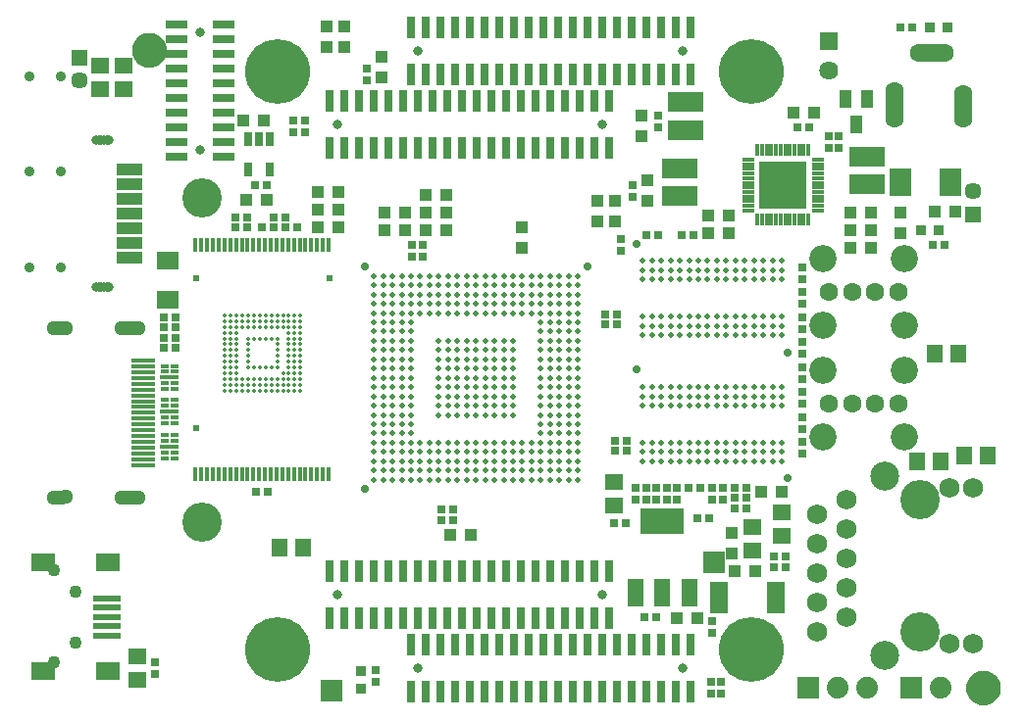
<source format=gbr>
G75*
G70*
%OFA0B0*%
%FSLAX24Y24*%
%IPPOS*%
%LPD*%
%AMOC8*
5,1,8,0,0,1.08239X$1,22.5*
%
%ADD10C,0.0631*%
%ADD11R,0.0740X0.0740*%
%ADD12R,0.0440X0.0440*%
%ADD13R,0.0280X0.0270*%
%ADD14C,0.0434*%
%ADD15C,0.0500*%
%ADD16R,0.0571X0.0571*%
%ADD17C,0.0571*%
%ADD18R,0.0270X0.0280*%
%ADD19R,0.0640X0.0640*%
%ADD20C,0.0640*%
%ADD21R,0.0355X0.0355*%
%ADD22R,0.0640X0.0540*%
%ADD23R,0.0926X0.0237*%
%ADD24R,0.0846X0.0630*%
%ADD25R,0.0119X0.0394*%
%ADD26R,0.0394X0.0119*%
%ADD27R,0.1615X0.1615*%
%ADD28R,0.0749X0.0749*%
%ADD29R,0.1221X0.0670*%
%ADD30R,0.0138X0.0512*%
%ADD31R,0.0740X0.0940*%
%ADD32C,0.0197*%
%ADD33C,0.0276*%
%ADD34R,0.0827X0.0138*%
%ADD35C,0.0512*%
%ADD36R,0.0906X0.0394*%
%ADD37C,0.0317*%
%ADD38R,0.0257X0.0512*%
%ADD39R,0.0306X0.0119*%
%ADD40R,0.0345X0.0158*%
%ADD41C,0.0355*%
%ADD42C,0.0740*%
%ADD43C,0.0926*%
%ADD44R,0.0749X0.0316*%
%ADD45C,0.0316*%
%ADD46R,0.0316X0.0749*%
%ADD47R,0.0434X0.0591*%
%ADD48C,0.0690*%
%ADD49C,0.1339*%
%ADD50C,0.0985*%
%ADD51C,0.2205*%
%ADD52C,0.0396*%
%ADD53R,0.0520X0.0920*%
%ADD54R,0.1457X0.0906*%
%ADD55R,0.0611X0.1064*%
%ADD56R,0.0540X0.0640*%
%ADD57R,0.0749X0.0591*%
%ADD58C,0.0138*%
%ADD59C,0.0237*%
D10*
X037370Y019840D03*
X038157Y019840D03*
X038945Y019840D03*
X039732Y019840D03*
X039732Y023640D03*
X038945Y023640D03*
X038157Y023640D03*
X037370Y023640D03*
X039579Y029539D03*
X039579Y029657D03*
X039579Y029775D03*
X039579Y029893D03*
X039579Y030012D03*
X039579Y030130D03*
X039579Y030248D03*
X039579Y030366D03*
X039579Y030484D03*
X040425Y031764D03*
X040504Y031764D03*
X040622Y031764D03*
X040740Y031764D03*
X040858Y031764D03*
X040976Y031764D03*
X041095Y031764D03*
X041213Y031764D03*
X041291Y031764D03*
X041941Y030366D03*
X041941Y030248D03*
X041941Y030130D03*
X041941Y030012D03*
X041941Y029893D03*
X041941Y029775D03*
X041941Y029657D03*
X041941Y029539D03*
D11*
X040152Y010182D03*
X036652Y010182D03*
X020452Y010082D03*
D12*
X024502Y015382D03*
X025202Y015382D03*
X032202Y012532D03*
X032902Y012532D03*
X034152Y014132D03*
X034052Y014732D03*
X034852Y014132D03*
X034052Y015432D03*
X035052Y016832D03*
X035752Y016832D03*
X038102Y025132D03*
X038102Y025732D03*
X038802Y025732D03*
X038802Y025132D03*
X039802Y025632D03*
X039802Y026332D03*
X038802Y026332D03*
X038102Y026332D03*
X040952Y026382D03*
X041652Y026382D03*
X036852Y029732D03*
X036152Y029732D03*
X033952Y026257D03*
X033952Y025657D03*
X033252Y025657D03*
X033252Y026257D03*
X031202Y026732D03*
X031202Y027432D03*
X030102Y026732D03*
X029502Y026732D03*
X029502Y026032D03*
X030102Y026032D03*
X026927Y025832D03*
X026927Y025132D03*
X024352Y025732D03*
X023652Y025732D03*
X023652Y026332D03*
X023652Y026932D03*
X024352Y026932D03*
X024352Y026332D03*
X022952Y026332D03*
X022252Y026332D03*
X022252Y025732D03*
X022952Y025732D03*
X020702Y025832D03*
X020702Y026432D03*
X020702Y027032D03*
X020002Y027032D03*
X020002Y026432D03*
X020002Y025832D03*
X018252Y026782D03*
X017552Y026782D03*
X017452Y029482D03*
X018152Y029482D03*
X020302Y031982D03*
X020902Y031982D03*
X020902Y032682D03*
X020302Y032682D03*
X022152Y031632D03*
X022152Y030932D03*
X031002Y029632D03*
X031002Y028932D03*
D13*
X031152Y025582D03*
X031552Y025582D03*
X032352Y025582D03*
X032752Y025582D03*
X030152Y022882D03*
X030152Y022532D03*
X029752Y022532D03*
X029752Y022882D03*
X030102Y018582D03*
X030102Y018232D03*
X030502Y018232D03*
X030502Y018582D03*
X032602Y016982D03*
X033002Y016982D03*
X032902Y015932D03*
X033302Y015932D03*
X034152Y016282D03*
X034152Y016632D03*
X034152Y016982D03*
X034552Y016982D03*
X034552Y016632D03*
X034552Y016282D03*
X035502Y014632D03*
X035502Y014282D03*
X035902Y014282D03*
X035902Y014632D03*
X031502Y012582D03*
X031102Y012582D03*
X030452Y015782D03*
X030052Y015782D03*
X024602Y015882D03*
X024602Y016232D03*
X024202Y016232D03*
X024202Y015882D03*
X018302Y016832D03*
X017902Y016832D03*
X015152Y021732D03*
X015152Y022082D03*
X015152Y022432D03*
X015152Y022782D03*
X014752Y022782D03*
X014752Y022432D03*
X014752Y022082D03*
X014752Y021732D03*
X017202Y025832D03*
X017202Y026182D03*
X017602Y026182D03*
X017602Y025832D03*
X018102Y025832D03*
X018502Y025832D03*
X018502Y026182D03*
X018902Y026182D03*
X018902Y025832D03*
X019302Y025832D03*
X018252Y027282D03*
X017852Y027282D03*
X036302Y029232D03*
X036702Y029232D03*
X039802Y032632D03*
X040202Y032632D03*
X040902Y025232D03*
X041302Y025232D03*
D14*
X042602Y010182D03*
X014252Y031882D03*
X011022Y014182D03*
X011752Y013451D03*
X011752Y011719D03*
X011022Y011033D03*
D15*
X013917Y031882D02*
X013919Y031919D01*
X013925Y031955D01*
X013935Y031991D01*
X013949Y032025D01*
X013967Y032057D01*
X013988Y032088D01*
X014012Y032116D01*
X014039Y032141D01*
X014069Y032162D01*
X014101Y032181D01*
X014135Y032196D01*
X014170Y032207D01*
X014206Y032214D01*
X014243Y032217D01*
X014280Y032216D01*
X014316Y032211D01*
X014352Y032202D01*
X014387Y032189D01*
X014419Y032172D01*
X014450Y032152D01*
X014479Y032128D01*
X014505Y032102D01*
X014527Y032073D01*
X014547Y032041D01*
X014562Y032008D01*
X014574Y031973D01*
X014582Y031937D01*
X014586Y031900D01*
X014586Y031864D01*
X014582Y031827D01*
X014574Y031791D01*
X014562Y031756D01*
X014547Y031723D01*
X014527Y031691D01*
X014505Y031662D01*
X014479Y031636D01*
X014450Y031612D01*
X014420Y031592D01*
X014387Y031575D01*
X014352Y031562D01*
X014316Y031553D01*
X014280Y031548D01*
X014243Y031547D01*
X014206Y031550D01*
X014170Y031557D01*
X014135Y031568D01*
X014101Y031583D01*
X014069Y031602D01*
X014039Y031623D01*
X014012Y031648D01*
X013988Y031676D01*
X013967Y031707D01*
X013949Y031739D01*
X013935Y031773D01*
X013925Y031809D01*
X013919Y031845D01*
X013917Y031882D01*
X042267Y010182D02*
X042269Y010219D01*
X042275Y010255D01*
X042285Y010291D01*
X042299Y010325D01*
X042317Y010357D01*
X042338Y010388D01*
X042362Y010416D01*
X042389Y010441D01*
X042419Y010462D01*
X042451Y010481D01*
X042485Y010496D01*
X042520Y010507D01*
X042556Y010514D01*
X042593Y010517D01*
X042630Y010516D01*
X042666Y010511D01*
X042702Y010502D01*
X042737Y010489D01*
X042769Y010472D01*
X042800Y010452D01*
X042829Y010428D01*
X042855Y010402D01*
X042877Y010373D01*
X042897Y010341D01*
X042912Y010308D01*
X042924Y010273D01*
X042932Y010237D01*
X042936Y010200D01*
X042936Y010164D01*
X042932Y010127D01*
X042924Y010091D01*
X042912Y010056D01*
X042897Y010023D01*
X042877Y009991D01*
X042855Y009962D01*
X042829Y009936D01*
X042800Y009912D01*
X042770Y009892D01*
X042737Y009875D01*
X042702Y009862D01*
X042666Y009853D01*
X042630Y009848D01*
X042593Y009847D01*
X042556Y009850D01*
X042520Y009857D01*
X042485Y009868D01*
X042451Y009883D01*
X042419Y009902D01*
X042389Y009923D01*
X042362Y009948D01*
X042338Y009976D01*
X042317Y010007D01*
X042299Y010039D01*
X042285Y010073D01*
X042275Y010109D01*
X042269Y010145D01*
X042267Y010182D01*
D16*
X042252Y026288D03*
X011902Y031625D03*
D17*
X011902Y030838D03*
X042252Y027075D03*
D18*
X037702Y028532D03*
X037352Y028532D03*
X037352Y028932D03*
X037702Y028932D03*
X036452Y024482D03*
X036452Y024082D03*
X036452Y023632D03*
X036452Y023232D03*
X036452Y022782D03*
X036452Y022382D03*
X036452Y021932D03*
X036452Y021532D03*
X036452Y021082D03*
X036452Y020682D03*
X036452Y020232D03*
X036452Y019832D03*
X036452Y019382D03*
X036452Y018982D03*
X036452Y018532D03*
X036452Y018132D03*
X033752Y016982D03*
X033402Y016982D03*
X033402Y016582D03*
X033752Y016582D03*
X032202Y016582D03*
X031852Y016582D03*
X031502Y016582D03*
X031152Y016582D03*
X030802Y016582D03*
X030802Y016982D03*
X031152Y016982D03*
X031502Y016982D03*
X031852Y016982D03*
X032202Y016982D03*
X033402Y012432D03*
X033402Y012032D03*
X033352Y010382D03*
X033702Y010382D03*
X033702Y009982D03*
X033352Y009982D03*
X021952Y010382D03*
X021952Y010782D03*
X014452Y010632D03*
X014452Y011032D03*
X023202Y024832D03*
X023552Y024832D03*
X023552Y025232D03*
X023202Y025232D03*
X019552Y029082D03*
X019552Y029482D03*
X019152Y029482D03*
X019152Y029082D03*
X021652Y030832D03*
X021652Y031232D03*
X030702Y027282D03*
X030702Y026882D03*
X030302Y025432D03*
X030302Y025032D03*
X031552Y029232D03*
X031552Y029632D03*
D19*
X037352Y032182D03*
D20*
X037352Y031182D03*
D21*
X040802Y032632D03*
X041402Y032632D03*
X041102Y025732D03*
X040502Y025732D03*
X021452Y010732D03*
X021452Y010132D03*
D22*
X013852Y010432D03*
X013852Y011232D03*
X030052Y016382D03*
X030052Y017182D03*
X034752Y015632D03*
X034752Y014832D03*
X035752Y015332D03*
X035752Y016132D03*
X013402Y030532D03*
X013402Y031332D03*
X012602Y031332D03*
X012602Y030532D03*
D23*
X012817Y013215D03*
X012817Y012900D03*
X012817Y012585D03*
X012817Y012270D03*
X012817Y011955D03*
D24*
X010653Y010734D03*
X012858Y010734D03*
X012858Y014435D03*
X010653Y014435D03*
D25*
X034936Y026101D03*
X035093Y026101D03*
X035250Y026101D03*
X035408Y026101D03*
X035565Y026101D03*
X035723Y026101D03*
X035880Y026101D03*
X036038Y026101D03*
X036195Y026101D03*
X036353Y026101D03*
X036510Y026101D03*
X036668Y026101D03*
X036668Y028463D03*
X036510Y028463D03*
X036353Y028463D03*
X036195Y028463D03*
X036038Y028463D03*
X035880Y028463D03*
X035723Y028463D03*
X035565Y028463D03*
X035408Y028463D03*
X035250Y028463D03*
X035093Y028463D03*
X034936Y028463D03*
D26*
X034621Y028148D03*
X034621Y027990D03*
X034621Y027833D03*
X034621Y027675D03*
X034621Y027518D03*
X034621Y027360D03*
X034621Y027203D03*
X034621Y027045D03*
X034621Y026888D03*
X034621Y026730D03*
X034621Y026573D03*
X034621Y026416D03*
X036983Y026416D03*
X036983Y026573D03*
X036983Y026730D03*
X036983Y026888D03*
X036983Y027045D03*
X036983Y027203D03*
X036983Y027360D03*
X036983Y027518D03*
X036983Y027675D03*
X036983Y027833D03*
X036983Y027990D03*
X036983Y028148D03*
D27*
X035802Y027282D03*
D28*
X035802Y027282D03*
X033452Y014432D03*
D29*
X032302Y026909D03*
X032302Y027854D03*
X032502Y029159D03*
X032502Y030104D03*
X038652Y028254D03*
X038652Y027309D03*
D30*
X020365Y025229D03*
X020169Y025229D03*
X019972Y025229D03*
X019775Y025229D03*
X019578Y025229D03*
X019381Y025229D03*
X019184Y025229D03*
X018987Y025229D03*
X018791Y025229D03*
X018594Y025229D03*
X018397Y025229D03*
X018200Y025229D03*
X018003Y025229D03*
X017806Y025229D03*
X017610Y025229D03*
X017413Y025229D03*
X017216Y025229D03*
X017019Y025229D03*
X016822Y025229D03*
X016625Y025229D03*
X016428Y025229D03*
X016232Y025229D03*
X016035Y025229D03*
X015838Y025229D03*
X015838Y017434D03*
X016035Y017434D03*
X016232Y017434D03*
X016428Y017434D03*
X016625Y017434D03*
X016822Y017434D03*
X017019Y017434D03*
X017216Y017434D03*
X017413Y017434D03*
X017610Y017434D03*
X017806Y017434D03*
X018003Y017434D03*
X018200Y017434D03*
X018397Y017434D03*
X018594Y017434D03*
X018791Y017434D03*
X018987Y017434D03*
X019184Y017434D03*
X019381Y017434D03*
X019578Y017434D03*
X019775Y017434D03*
X019972Y017434D03*
X020169Y017434D03*
X020365Y017434D03*
D31*
X039795Y027382D03*
X041509Y027382D03*
D32*
X035762Y024697D03*
X035762Y024382D03*
X035762Y024067D03*
X035447Y024067D03*
X035447Y024382D03*
X035447Y024697D03*
X035132Y024697D03*
X035132Y024382D03*
X035132Y024067D03*
X034817Y024067D03*
X034502Y024067D03*
X034187Y024067D03*
X033872Y024067D03*
X033557Y024067D03*
X033242Y024067D03*
X032927Y024067D03*
X032612Y024067D03*
X032297Y024067D03*
X031982Y024067D03*
X031667Y024067D03*
X031352Y024067D03*
X031037Y024067D03*
X031037Y024382D03*
X031037Y024697D03*
X031352Y024697D03*
X031352Y024382D03*
X031667Y024382D03*
X031667Y024697D03*
X031982Y024697D03*
X031982Y024382D03*
X032297Y024382D03*
X032297Y024697D03*
X032612Y024697D03*
X032612Y024382D03*
X032927Y024382D03*
X032927Y024697D03*
X033242Y024697D03*
X033242Y024382D03*
X033557Y024382D03*
X033557Y024697D03*
X033872Y024697D03*
X033872Y024382D03*
X034187Y024382D03*
X034187Y024697D03*
X034502Y024697D03*
X034502Y024382D03*
X034817Y024382D03*
X034817Y024697D03*
X034817Y022807D03*
X034817Y022492D03*
X034817Y022177D03*
X034502Y022177D03*
X034187Y022177D03*
X033872Y022177D03*
X033557Y022177D03*
X033242Y022177D03*
X032927Y022177D03*
X032612Y022177D03*
X032297Y022177D03*
X031982Y022177D03*
X031667Y022177D03*
X031352Y022177D03*
X031037Y022177D03*
X031037Y022492D03*
X031037Y022807D03*
X031352Y022807D03*
X031352Y022492D03*
X031667Y022492D03*
X031667Y022807D03*
X031982Y022807D03*
X031982Y022492D03*
X032297Y022492D03*
X032297Y022807D03*
X032612Y022807D03*
X032612Y022492D03*
X032927Y022492D03*
X033242Y022492D03*
X033557Y022492D03*
X033872Y022492D03*
X034187Y022492D03*
X034502Y022492D03*
X034502Y022807D03*
X034187Y022807D03*
X033872Y022807D03*
X033557Y022807D03*
X033242Y022807D03*
X032927Y022807D03*
X035132Y022807D03*
X035132Y022492D03*
X035132Y022177D03*
X035447Y022177D03*
X035762Y022177D03*
X035762Y022492D03*
X035447Y022492D03*
X035447Y022807D03*
X035762Y022807D03*
X035762Y020406D03*
X035447Y020406D03*
X035132Y020406D03*
X034817Y020406D03*
X034502Y020406D03*
X034187Y020406D03*
X033872Y020406D03*
X033557Y020406D03*
X033242Y020406D03*
X032927Y020406D03*
X032612Y020406D03*
X032297Y020406D03*
X031982Y020406D03*
X031667Y020406D03*
X031352Y020406D03*
X031037Y020406D03*
X031037Y020091D03*
X031037Y019776D03*
X031352Y019776D03*
X031352Y020091D03*
X031667Y020091D03*
X031667Y019776D03*
X031982Y019776D03*
X031982Y020091D03*
X032297Y020091D03*
X032297Y019776D03*
X032612Y019776D03*
X032612Y020091D03*
X032927Y020091D03*
X033242Y020091D03*
X033557Y020091D03*
X033872Y020091D03*
X034187Y020091D03*
X034502Y020091D03*
X034817Y020091D03*
X035132Y020091D03*
X035447Y020091D03*
X035762Y020091D03*
X035762Y019776D03*
X035447Y019776D03*
X035132Y019776D03*
X034817Y019776D03*
X034502Y019776D03*
X034187Y019776D03*
X033872Y019776D03*
X033557Y019776D03*
X033242Y019776D03*
X032927Y019776D03*
X032927Y018516D03*
X032612Y018516D03*
X032297Y018516D03*
X031982Y018516D03*
X031667Y018516D03*
X031352Y018516D03*
X031037Y018516D03*
X031037Y018201D03*
X031037Y017886D03*
X031352Y017886D03*
X031352Y018201D03*
X031667Y018201D03*
X031667Y017886D03*
X031982Y017886D03*
X031982Y018201D03*
X032297Y018201D03*
X032297Y017886D03*
X032612Y017886D03*
X032612Y018201D03*
X032927Y018201D03*
X032927Y017886D03*
X033242Y017886D03*
X033242Y018201D03*
X033242Y018516D03*
X033557Y018516D03*
X033557Y018201D03*
X033557Y017886D03*
X033872Y017886D03*
X033872Y018201D03*
X033872Y018516D03*
X034187Y018516D03*
X034187Y018201D03*
X034187Y017886D03*
X034502Y017886D03*
X034502Y018201D03*
X034502Y018516D03*
X034817Y018516D03*
X035132Y018516D03*
X035447Y018516D03*
X035762Y018516D03*
X035762Y018201D03*
X035762Y017886D03*
X035447Y017886D03*
X035447Y018201D03*
X035132Y018201D03*
X035132Y017886D03*
X034817Y017886D03*
X034817Y018201D03*
X028833Y018201D03*
X028833Y018516D03*
X028833Y018831D03*
X028833Y019146D03*
X028833Y019461D03*
X028833Y019776D03*
X028833Y020091D03*
X028833Y020406D03*
X028833Y020721D03*
X028833Y021036D03*
X028833Y021351D03*
X028833Y021666D03*
X028833Y021980D03*
X028518Y021980D03*
X028518Y021666D03*
X028203Y021666D03*
X028203Y021980D03*
X027888Y021980D03*
X027888Y021666D03*
X027573Y021666D03*
X027573Y021980D03*
X027573Y022295D03*
X027888Y022295D03*
X028203Y022295D03*
X028518Y022295D03*
X028833Y022295D03*
X028833Y022610D03*
X028518Y022610D03*
X028203Y022610D03*
X027888Y022610D03*
X027573Y022610D03*
X027573Y022925D03*
X027888Y022925D03*
X028203Y022925D03*
X028518Y022925D03*
X028833Y022925D03*
X028833Y023240D03*
X028518Y023240D03*
X028203Y023240D03*
X027888Y023240D03*
X027573Y023240D03*
X027258Y023240D03*
X027258Y022925D03*
X026943Y022925D03*
X026628Y022925D03*
X026313Y022925D03*
X025998Y022925D03*
X025683Y022925D03*
X025368Y022925D03*
X025053Y022925D03*
X024738Y022925D03*
X024423Y022925D03*
X024108Y022925D03*
X023793Y022925D03*
X023478Y022925D03*
X023163Y022925D03*
X022849Y022925D03*
X022849Y022610D03*
X023163Y022610D03*
X023163Y022295D03*
X022849Y022295D03*
X022849Y021980D03*
X023163Y021980D03*
X023163Y021666D03*
X022849Y021666D03*
X022849Y021351D03*
X023163Y021351D03*
X023163Y021036D03*
X022849Y021036D03*
X022849Y020721D03*
X023163Y020721D03*
X023163Y020406D03*
X022849Y020406D03*
X022849Y020091D03*
X023163Y020091D03*
X023163Y019776D03*
X022849Y019776D03*
X022849Y019461D03*
X023163Y019461D03*
X023163Y019146D03*
X022849Y019146D03*
X022849Y018831D03*
X023163Y018831D03*
X023163Y018516D03*
X022849Y018516D03*
X022849Y018201D03*
X023163Y018201D03*
X023163Y017886D03*
X022849Y017886D03*
X022849Y017571D03*
X023163Y017571D03*
X023163Y017256D03*
X022849Y017256D03*
X022534Y017256D03*
X022534Y017571D03*
X022534Y017886D03*
X022534Y018201D03*
X022534Y018516D03*
X022534Y018831D03*
X022534Y019146D03*
X022534Y019461D03*
X022534Y019776D03*
X022534Y020091D03*
X022534Y020406D03*
X022534Y020721D03*
X022534Y021036D03*
X022534Y021351D03*
X022534Y021666D03*
X022534Y021980D03*
X022534Y022295D03*
X022534Y022610D03*
X022534Y022925D03*
X022534Y023240D03*
X022849Y023240D03*
X023163Y023240D03*
X023163Y023555D03*
X022849Y023555D03*
X022849Y023870D03*
X023163Y023870D03*
X023163Y024185D03*
X022849Y024185D03*
X022534Y024185D03*
X022534Y023870D03*
X022534Y023555D03*
X022219Y023555D03*
X022219Y023240D03*
X022219Y022925D03*
X022219Y022610D03*
X022219Y022295D03*
X022219Y021980D03*
X022219Y021666D03*
X021904Y021666D03*
X021904Y021980D03*
X021904Y022295D03*
X021904Y022610D03*
X021904Y022925D03*
X021904Y023240D03*
X021904Y023555D03*
X021904Y023870D03*
X022219Y023870D03*
X022219Y024185D03*
X021904Y024185D03*
X023478Y024185D03*
X023478Y023870D03*
X023478Y023555D03*
X023478Y023240D03*
X023793Y023240D03*
X023793Y023555D03*
X023793Y023870D03*
X023793Y024185D03*
X024108Y024185D03*
X024108Y023870D03*
X024108Y023555D03*
X024108Y023240D03*
X024423Y023240D03*
X024423Y023555D03*
X024423Y023870D03*
X024423Y024185D03*
X024738Y024185D03*
X024738Y023870D03*
X024738Y023555D03*
X024738Y023240D03*
X025053Y023240D03*
X025368Y023240D03*
X025683Y023240D03*
X025998Y023240D03*
X026313Y023240D03*
X026628Y023240D03*
X026943Y023240D03*
X026943Y023555D03*
X026628Y023555D03*
X026313Y023555D03*
X025998Y023555D03*
X025683Y023555D03*
X025368Y023555D03*
X025053Y023555D03*
X025053Y023870D03*
X025053Y024185D03*
X025368Y024185D03*
X025368Y023870D03*
X025683Y023870D03*
X025998Y023870D03*
X026313Y023870D03*
X026628Y023870D03*
X026943Y023870D03*
X027258Y023870D03*
X027258Y023555D03*
X027573Y023555D03*
X027888Y023555D03*
X028203Y023555D03*
X028518Y023555D03*
X028833Y023555D03*
X028833Y023870D03*
X028833Y024185D03*
X028518Y024185D03*
X028518Y023870D03*
X028203Y023870D03*
X027888Y023870D03*
X027573Y023870D03*
X027573Y024185D03*
X027888Y024185D03*
X028203Y024185D03*
X027258Y024185D03*
X026943Y024185D03*
X026628Y024185D03*
X026313Y024185D03*
X025998Y024185D03*
X025683Y024185D03*
X025683Y021980D03*
X025683Y021666D03*
X025368Y021666D03*
X025368Y021980D03*
X025053Y021980D03*
X025053Y021666D03*
X024738Y021666D03*
X024738Y021980D03*
X024423Y021980D03*
X024423Y021666D03*
X024108Y021666D03*
X024108Y021980D03*
X024108Y021351D03*
X024423Y021351D03*
X024738Y021351D03*
X025053Y021351D03*
X025368Y021351D03*
X025683Y021351D03*
X025998Y021351D03*
X025998Y021666D03*
X025998Y021980D03*
X026313Y021980D03*
X026313Y021666D03*
X026628Y021666D03*
X026628Y021980D03*
X026628Y021351D03*
X026313Y021351D03*
X026313Y021036D03*
X025998Y021036D03*
X025683Y021036D03*
X025368Y021036D03*
X025053Y021036D03*
X024738Y021036D03*
X024423Y021036D03*
X024108Y021036D03*
X024108Y020721D03*
X024108Y020406D03*
X024108Y020091D03*
X024108Y019776D03*
X024108Y019461D03*
X024423Y019461D03*
X024423Y019776D03*
X024423Y020091D03*
X024423Y020406D03*
X024423Y020721D03*
X024738Y020721D03*
X025053Y020721D03*
X025368Y020721D03*
X025683Y020721D03*
X025998Y020721D03*
X026313Y020721D03*
X026628Y020721D03*
X026628Y021036D03*
X026628Y020406D03*
X026313Y020406D03*
X025998Y020406D03*
X025683Y020406D03*
X025368Y020406D03*
X025053Y020406D03*
X024738Y020406D03*
X024738Y020091D03*
X025053Y020091D03*
X025368Y020091D03*
X025683Y020091D03*
X025998Y020091D03*
X026313Y020091D03*
X026628Y020091D03*
X026628Y019776D03*
X026313Y019776D03*
X025998Y019776D03*
X025683Y019776D03*
X025368Y019776D03*
X025053Y019776D03*
X024738Y019776D03*
X024738Y019461D03*
X025053Y019461D03*
X025368Y019461D03*
X025683Y019461D03*
X025998Y019461D03*
X026313Y019461D03*
X026628Y019461D03*
X027573Y019461D03*
X027573Y019776D03*
X027573Y020091D03*
X027573Y020406D03*
X027573Y020721D03*
X027573Y021036D03*
X027573Y021351D03*
X027888Y021351D03*
X028203Y021351D03*
X028518Y021351D03*
X028518Y021036D03*
X028203Y021036D03*
X027888Y021036D03*
X027888Y020721D03*
X028203Y020721D03*
X028518Y020721D03*
X028518Y020406D03*
X028203Y020406D03*
X027888Y020406D03*
X027888Y020091D03*
X028203Y020091D03*
X028518Y020091D03*
X028518Y019776D03*
X028203Y019776D03*
X027888Y019776D03*
X027888Y019461D03*
X028203Y019461D03*
X028518Y019461D03*
X028518Y019146D03*
X028518Y018831D03*
X028518Y018516D03*
X028518Y018201D03*
X028518Y017886D03*
X028833Y017886D03*
X028833Y017571D03*
X028833Y017256D03*
X028518Y017256D03*
X028518Y017571D03*
X028203Y017571D03*
X028203Y017256D03*
X027888Y017256D03*
X027888Y017571D03*
X027888Y017886D03*
X028203Y017886D03*
X028203Y018201D03*
X028203Y018516D03*
X028203Y018831D03*
X028203Y019146D03*
X027888Y019146D03*
X027573Y019146D03*
X027573Y018831D03*
X027888Y018831D03*
X027888Y018516D03*
X027888Y018201D03*
X027573Y018201D03*
X027573Y018516D03*
X027258Y018516D03*
X026943Y018516D03*
X026628Y018516D03*
X026313Y018516D03*
X025998Y018516D03*
X025683Y018516D03*
X025368Y018516D03*
X025053Y018516D03*
X024738Y018516D03*
X024423Y018516D03*
X024108Y018516D03*
X023793Y018516D03*
X023478Y018516D03*
X023478Y018201D03*
X023478Y017886D03*
X023478Y017571D03*
X023478Y017256D03*
X023793Y017256D03*
X023793Y017571D03*
X023793Y017886D03*
X023793Y018201D03*
X024108Y018201D03*
X024108Y017886D03*
X024108Y017571D03*
X024108Y017256D03*
X024423Y017256D03*
X024423Y017571D03*
X024423Y017886D03*
X024423Y018201D03*
X024738Y018201D03*
X024738Y017886D03*
X024738Y017571D03*
X024738Y017256D03*
X025053Y017256D03*
X025053Y017571D03*
X025053Y017886D03*
X025053Y018201D03*
X025368Y018201D03*
X025368Y017886D03*
X025368Y017571D03*
X025368Y017256D03*
X025683Y017256D03*
X025683Y017571D03*
X025683Y017886D03*
X025683Y018201D03*
X025998Y018201D03*
X025998Y017886D03*
X025998Y017571D03*
X025998Y017256D03*
X026313Y017256D03*
X026628Y017256D03*
X026943Y017256D03*
X027258Y017256D03*
X027573Y017256D03*
X027573Y017571D03*
X027573Y017886D03*
X027258Y017886D03*
X027258Y017571D03*
X026943Y017571D03*
X026628Y017571D03*
X026313Y017571D03*
X026313Y017886D03*
X026313Y018201D03*
X026628Y018201D03*
X026628Y017886D03*
X026943Y017886D03*
X026943Y018201D03*
X027258Y018201D03*
X022219Y018201D03*
X022219Y018516D03*
X022219Y018831D03*
X022219Y019146D03*
X022219Y019461D03*
X022219Y019776D03*
X022219Y020091D03*
X022219Y020406D03*
X022219Y020721D03*
X022219Y021036D03*
X022219Y021351D03*
X021904Y021351D03*
X021904Y021036D03*
X021904Y020721D03*
X021904Y020406D03*
X021904Y020091D03*
X021904Y019776D03*
X021904Y019461D03*
X021904Y019146D03*
X021904Y018831D03*
X021904Y018516D03*
X021904Y018201D03*
X021904Y017886D03*
X022219Y017886D03*
X022219Y017571D03*
X022219Y017256D03*
X021904Y017256D03*
X021904Y017571D03*
D33*
X021589Y016941D03*
X021589Y024500D03*
X029148Y024500D03*
X030841Y025288D03*
X030841Y020996D03*
X035959Y021587D03*
X035959Y017295D03*
D34*
X014065Y017760D03*
X014065Y017957D03*
X014065Y018154D03*
X014065Y018351D03*
X014065Y018547D03*
X014065Y018744D03*
X014065Y018941D03*
X014065Y019138D03*
X014065Y019335D03*
X014065Y019532D03*
X014065Y019729D03*
X014065Y019925D03*
X014065Y020122D03*
X014065Y020319D03*
X014065Y020516D03*
X014065Y020713D03*
X014065Y020910D03*
X014065Y021106D03*
X014065Y021303D03*
D35*
X013888Y022406D03*
X013770Y022406D03*
X013711Y022406D03*
X013554Y022406D03*
X013436Y022406D03*
X013337Y022406D03*
X011428Y022406D03*
X011310Y022406D03*
X011152Y022406D03*
X011034Y022406D03*
X011034Y016658D03*
X011152Y016658D03*
X011310Y016658D03*
X011428Y016667D03*
X013337Y016658D03*
X013436Y016658D03*
X013554Y016658D03*
X013711Y016658D03*
X013770Y016658D03*
X013888Y016658D03*
D36*
X013608Y024803D03*
X013608Y025303D03*
X013608Y025803D03*
X013608Y026303D03*
X013608Y026803D03*
X013608Y027303D03*
X013608Y027803D03*
D37*
X012909Y028811D03*
X012830Y028811D03*
X012742Y028811D03*
X012643Y028811D03*
X012555Y028811D03*
X012476Y028811D03*
X012476Y023795D03*
X012555Y023795D03*
X012643Y023795D03*
X012742Y023795D03*
X012830Y023795D03*
X012909Y023795D03*
D38*
X017628Y027820D03*
X018376Y027820D03*
X018376Y028844D03*
X018002Y028844D03*
X017628Y028844D03*
D39*
X015124Y021125D03*
X015124Y020929D03*
X014779Y020929D03*
X014779Y021125D03*
X014779Y020535D03*
X014779Y020338D03*
X015124Y020338D03*
X015124Y020535D03*
X015124Y019975D03*
X015124Y019779D03*
X014779Y019779D03*
X014779Y019975D03*
X014779Y019385D03*
X014779Y019188D03*
X015124Y019188D03*
X015124Y019385D03*
X015124Y018775D03*
X015124Y018579D03*
X014779Y018579D03*
X014779Y018775D03*
X014779Y018185D03*
X014779Y017988D03*
X015124Y017988D03*
X015124Y018185D03*
D40*
X015104Y018382D03*
X014799Y018382D03*
X014799Y019582D03*
X015104Y019582D03*
X015104Y020732D03*
X014799Y020732D03*
D41*
X011252Y024482D03*
X010202Y024482D03*
X010202Y027732D03*
X011252Y027732D03*
X011252Y030982D03*
X010202Y030982D03*
D42*
X037652Y010182D03*
X038652Y010182D03*
X041152Y010182D03*
D43*
X039929Y018718D03*
X039929Y020962D03*
X039929Y022518D03*
X039929Y024762D03*
X037173Y024762D03*
X037173Y022518D03*
X037173Y020962D03*
X037173Y018718D03*
D44*
X016802Y028232D03*
X016802Y028732D03*
X016802Y029232D03*
X016802Y029732D03*
X016802Y030232D03*
X016802Y030732D03*
X016802Y031232D03*
X016802Y031732D03*
X016802Y032232D03*
X016802Y032732D03*
X015202Y032732D03*
X015202Y032232D03*
X015202Y031732D03*
X015202Y031232D03*
X015202Y030732D03*
X015202Y030232D03*
X015202Y029732D03*
X015202Y029232D03*
X015202Y028732D03*
X015202Y028232D03*
D45*
X016002Y028482D03*
X016002Y032482D03*
X020652Y029332D03*
X023402Y031832D03*
X029652Y029332D03*
X032402Y031832D03*
X029652Y013332D03*
X032402Y010832D03*
X023402Y010832D03*
X020652Y013332D03*
D46*
X020902Y014132D03*
X021402Y014132D03*
X021902Y014132D03*
X022402Y014132D03*
X022902Y014132D03*
X023402Y014132D03*
X023902Y014132D03*
X024402Y014132D03*
X024902Y014132D03*
X025402Y014132D03*
X025902Y014132D03*
X026402Y014132D03*
X026902Y014132D03*
X027402Y014132D03*
X027902Y014132D03*
X028402Y014132D03*
X028902Y014132D03*
X029402Y014132D03*
X029902Y014132D03*
X029902Y012532D03*
X029402Y012532D03*
X028902Y012532D03*
X028402Y012532D03*
X027902Y012532D03*
X027402Y012532D03*
X026902Y012532D03*
X026402Y012532D03*
X025902Y012532D03*
X025402Y012532D03*
X024902Y012532D03*
X024402Y012532D03*
X023902Y012532D03*
X023402Y012532D03*
X022902Y012532D03*
X022402Y012532D03*
X021902Y012532D03*
X021402Y012532D03*
X020902Y012532D03*
X020402Y012532D03*
X020402Y014132D03*
X023152Y011632D03*
X023652Y011632D03*
X024152Y011632D03*
X024652Y011632D03*
X025152Y011632D03*
X025652Y011632D03*
X026152Y011632D03*
X026652Y011632D03*
X027152Y011632D03*
X027652Y011632D03*
X028152Y011632D03*
X028652Y011632D03*
X029152Y011632D03*
X029652Y011632D03*
X030152Y011632D03*
X030652Y011632D03*
X031152Y011632D03*
X031652Y011632D03*
X032152Y011632D03*
X032652Y011632D03*
X032652Y010032D03*
X032152Y010032D03*
X031652Y010032D03*
X031152Y010032D03*
X030652Y010032D03*
X030152Y010032D03*
X029652Y010032D03*
X029152Y010032D03*
X028652Y010032D03*
X028152Y010032D03*
X027652Y010032D03*
X027152Y010032D03*
X026652Y010032D03*
X026152Y010032D03*
X025652Y010032D03*
X025152Y010032D03*
X024652Y010032D03*
X024152Y010032D03*
X023652Y010032D03*
X023152Y010032D03*
X023402Y028532D03*
X023902Y028532D03*
X024402Y028532D03*
X024902Y028532D03*
X025402Y028532D03*
X025902Y028532D03*
X026402Y028532D03*
X026902Y028532D03*
X027402Y028532D03*
X027902Y028532D03*
X028402Y028532D03*
X028902Y028532D03*
X029402Y028532D03*
X029902Y028532D03*
X029902Y030132D03*
X029402Y030132D03*
X028902Y030132D03*
X028402Y030132D03*
X027902Y030132D03*
X027402Y030132D03*
X026902Y030132D03*
X026402Y030132D03*
X025902Y030132D03*
X025402Y030132D03*
X024902Y030132D03*
X024402Y030132D03*
X023902Y030132D03*
X023402Y030132D03*
X022902Y030132D03*
X022402Y030132D03*
X021902Y030132D03*
X021402Y030132D03*
X020902Y030132D03*
X020402Y030132D03*
X020402Y028532D03*
X020902Y028532D03*
X021402Y028532D03*
X021902Y028532D03*
X022402Y028532D03*
X022902Y028532D03*
X023152Y031032D03*
X023652Y031032D03*
X024152Y031032D03*
X024652Y031032D03*
X025152Y031032D03*
X025652Y031032D03*
X026152Y031032D03*
X026652Y031032D03*
X027152Y031032D03*
X027652Y031032D03*
X028152Y031032D03*
X028652Y031032D03*
X029152Y031032D03*
X029652Y031032D03*
X030152Y031032D03*
X030652Y031032D03*
X031152Y031032D03*
X031652Y031032D03*
X032152Y031032D03*
X032652Y031032D03*
X032652Y032632D03*
X032152Y032632D03*
X031652Y032632D03*
X031152Y032632D03*
X030652Y032632D03*
X030152Y032632D03*
X029652Y032632D03*
X029152Y032632D03*
X028652Y032632D03*
X028152Y032632D03*
X027652Y032632D03*
X027152Y032632D03*
X026652Y032632D03*
X026152Y032632D03*
X025652Y032632D03*
X025152Y032632D03*
X024652Y032632D03*
X024152Y032632D03*
X023652Y032632D03*
X023152Y032632D03*
D47*
X037928Y030215D03*
X038676Y030215D03*
X038302Y029349D03*
D48*
X041452Y016982D03*
X042252Y016982D03*
X037952Y016582D03*
X037952Y015582D03*
X037952Y014582D03*
X037952Y013582D03*
X036952Y014082D03*
X036952Y015082D03*
X036952Y016082D03*
X036952Y013082D03*
X036952Y012082D03*
X037952Y012582D03*
X041452Y011682D03*
X042252Y011682D03*
D49*
X040452Y012082D03*
X040452Y016582D03*
X016049Y015806D03*
X016049Y026830D03*
D50*
X039252Y017382D03*
X039252Y011282D03*
D51*
X034723Y011475D03*
X018636Y011475D03*
X018636Y031160D03*
X034723Y031160D03*
D52*
X034108Y031747D03*
X033852Y031156D03*
X034108Y030546D03*
X034719Y030290D03*
X035309Y030546D03*
X035585Y031156D03*
X035349Y031767D03*
X034719Y032023D03*
X019502Y031156D03*
X019246Y031767D03*
X018636Y032023D03*
X018026Y031767D03*
X017770Y031156D03*
X018026Y030546D03*
X018636Y030290D03*
X019226Y030527D03*
X018636Y012338D03*
X019246Y012082D03*
X019502Y011471D03*
X019246Y010861D03*
X018636Y010605D03*
X018026Y010861D03*
X017770Y011471D03*
X018026Y012082D03*
X033852Y011471D03*
X034108Y012082D03*
X034719Y012338D03*
X035329Y012082D03*
X035585Y011471D03*
X035329Y010861D03*
X034719Y010605D03*
X034108Y010861D03*
D53*
X032612Y013412D03*
X031702Y013412D03*
X030792Y013412D03*
D54*
X031702Y015852D03*
D55*
X033639Y013232D03*
X035564Y013232D03*
D56*
X040352Y017882D03*
X041152Y017882D03*
X041952Y018082D03*
X042752Y018082D03*
X041752Y021532D03*
X040952Y021532D03*
X019502Y014932D03*
X018702Y014932D03*
D57*
X014902Y023362D03*
X014902Y024701D03*
D58*
X016845Y022847D03*
X017041Y022847D03*
X017041Y022650D03*
X016845Y022650D03*
X016845Y022453D03*
X017041Y022453D03*
X017041Y022256D03*
X016845Y022256D03*
X016845Y022059D03*
X017041Y022059D03*
X017041Y021862D03*
X016845Y021862D03*
X016845Y021666D03*
X017041Y021666D03*
X017238Y021666D03*
X017238Y021862D03*
X017238Y022059D03*
X017238Y022256D03*
X017238Y022453D03*
X017238Y022650D03*
X017238Y022847D03*
X017435Y022847D03*
X017632Y022847D03*
X017829Y022847D03*
X018026Y022847D03*
X018223Y022847D03*
X018419Y022847D03*
X018616Y022847D03*
X018813Y022847D03*
X019010Y022847D03*
X019207Y022847D03*
X019404Y022847D03*
X019404Y022650D03*
X019404Y022453D03*
X019404Y022256D03*
X019404Y022059D03*
X019404Y021862D03*
X019404Y021666D03*
X019207Y021666D03*
X019207Y021862D03*
X019010Y021862D03*
X019010Y021666D03*
X019010Y021469D03*
X019207Y021469D03*
X019404Y021469D03*
X019404Y021272D03*
X019404Y021075D03*
X019404Y020878D03*
X019404Y020681D03*
X019404Y020484D03*
X019404Y020288D03*
X019207Y020288D03*
X019207Y020484D03*
X019010Y020484D03*
X019010Y020288D03*
X018813Y020288D03*
X018813Y020484D03*
X018616Y020484D03*
X018616Y020288D03*
X018419Y020288D03*
X018419Y020484D03*
X018223Y020484D03*
X018223Y020288D03*
X018026Y020288D03*
X018026Y020484D03*
X017829Y020484D03*
X017829Y020288D03*
X017632Y020288D03*
X017632Y020484D03*
X017435Y020484D03*
X017435Y020288D03*
X017238Y020288D03*
X017238Y020484D03*
X017041Y020484D03*
X016845Y020484D03*
X016845Y020288D03*
X017041Y020288D03*
X017041Y020681D03*
X016845Y020681D03*
X016845Y020878D03*
X017041Y020878D03*
X017041Y021075D03*
X016845Y021075D03*
X016845Y021272D03*
X017041Y021272D03*
X017041Y021469D03*
X016845Y021469D03*
X017238Y021469D03*
X017238Y021272D03*
X017238Y021075D03*
X017238Y020878D03*
X017238Y020681D03*
X017435Y020681D03*
X017632Y020681D03*
X017829Y020681D03*
X018026Y020681D03*
X018223Y020681D03*
X018419Y020681D03*
X018616Y020681D03*
X018813Y020681D03*
X019010Y020681D03*
X019207Y020681D03*
X019207Y020878D03*
X019207Y021075D03*
X019207Y021272D03*
X019010Y021272D03*
X019010Y021075D03*
X019010Y020878D03*
X018813Y020878D03*
X018616Y021075D03*
X018419Y021075D03*
X018223Y021075D03*
X018026Y021075D03*
X017829Y021075D03*
X017632Y021075D03*
X017632Y021272D03*
X017632Y021469D03*
X017632Y021666D03*
X017632Y021862D03*
X017632Y022059D03*
X017829Y022059D03*
X018026Y022059D03*
X018223Y022059D03*
X018419Y022059D03*
X018616Y022059D03*
X018616Y021862D03*
X018616Y021666D03*
X018616Y021469D03*
X018616Y021272D03*
X019010Y022059D03*
X019207Y022059D03*
X019207Y022256D03*
X019207Y022453D03*
X019207Y022650D03*
X019010Y022650D03*
X018813Y022650D03*
X018616Y022650D03*
X018419Y022650D03*
X018223Y022650D03*
X018223Y022453D03*
X018419Y022453D03*
X018616Y022453D03*
X018813Y022453D03*
X019010Y022453D03*
X019010Y022256D03*
X018026Y022453D03*
X018026Y022650D03*
X017829Y022650D03*
X017632Y022650D03*
X017435Y022650D03*
X017435Y022453D03*
X017632Y022453D03*
X017829Y022453D03*
D59*
X015860Y024126D03*
X020388Y024126D03*
X015860Y019008D03*
M02*

</source>
